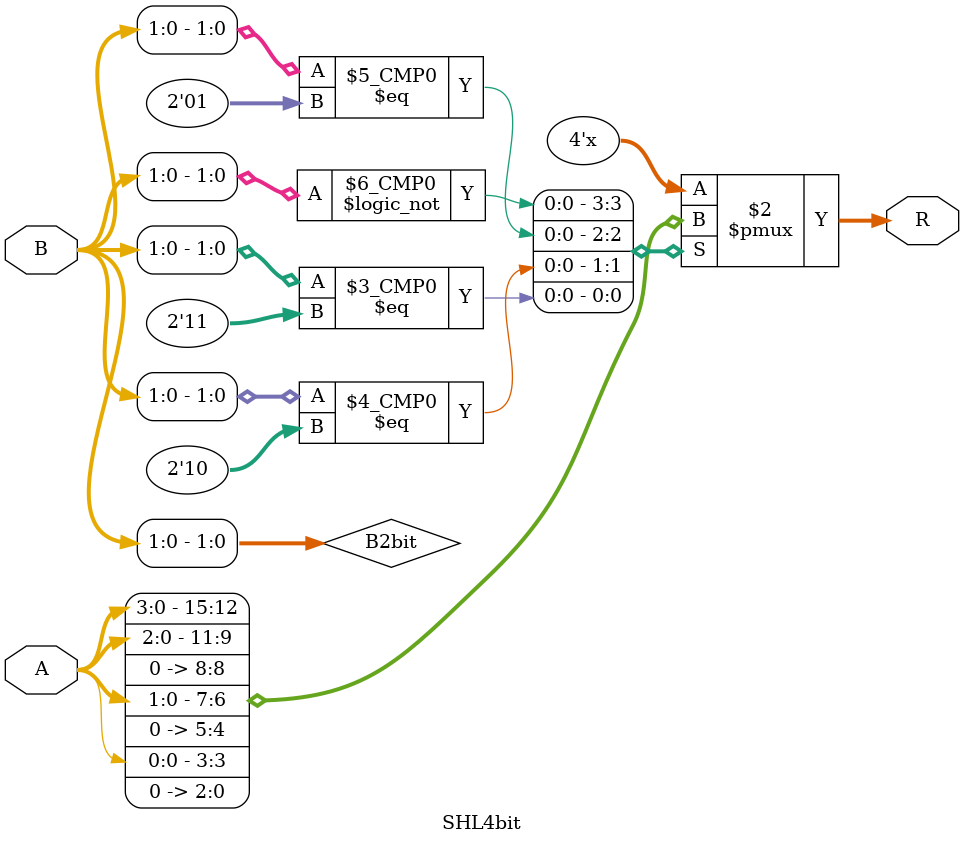
<source format=v>
module SHL4bit 
(
    input wire [3:0] A,B,  
    output reg [3:0] R
);

    wire [1:0] B2bit;
    assign B2bit = B[1:0];

    always @(*) begin
        case(B2bit)
            2'b00: R = A;                     // No shift
            2'b01: R = {A[2:0], 1'b0};        // Left shift by 1 bit
            2'b10: R = {A[1:0], 2'b00};       // Left shift by 2 bits
            2'b11: R = {A[0], 3'b000};        // Left shift by 3 bits
            default: R = A;                   // Default case (no shift)
        endcase
    end
    
endmodule
</source>
